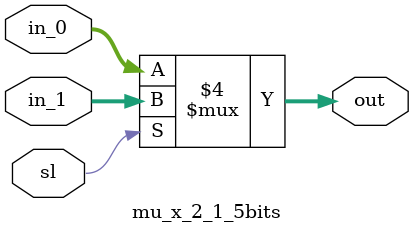
<source format=v>


module mu_x_2_1_5bits
							(
							input sl,
							input[4:0] in_0,in_1,
							output reg[4:0] out
							);
							
							always @(*)
							begin
								if(1'b1 == sl)
									out = in_1;
								else
									out = in_0;
							end
endmodule 

</source>
